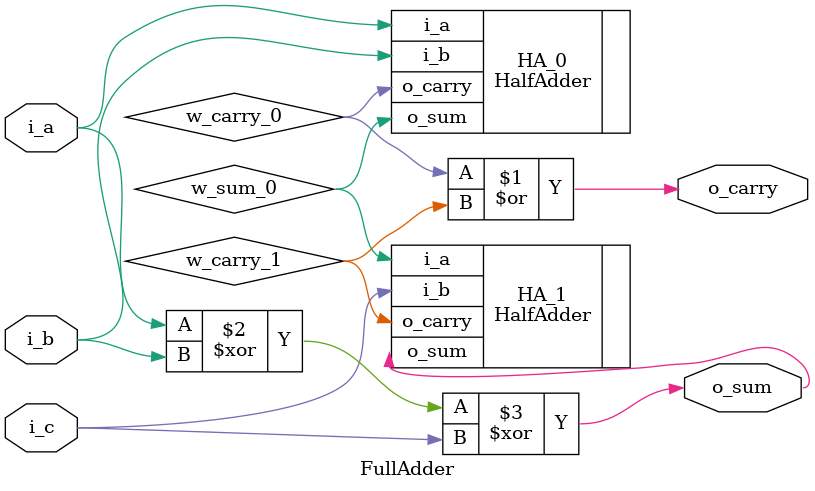
<source format=v>
`timescale 1ns / 1ps

module FullAdder(
    input i_a, i_b, i_c,
    output o_sum, o_carry
    );

    wire w_sum_0, w_carry_0, w_carry_1;

    HalfAdder HA_0(
    .i_a(i_a),
    .i_b(i_b),
    .o_sum(w_sum_0),
    .o_carry(w_carry_0)
    );

    HalfAdder HA_1(
    .i_a(w_sum_0),
    .i_b(i_c),
    .o_sum(o_sum),
    .o_carry(w_carry_1)
    );

    assign o_carry = w_carry_0 | w_carry_1;
    assign o_sum = i_a ^ i_b ^ i_c;

endmodule

</source>
